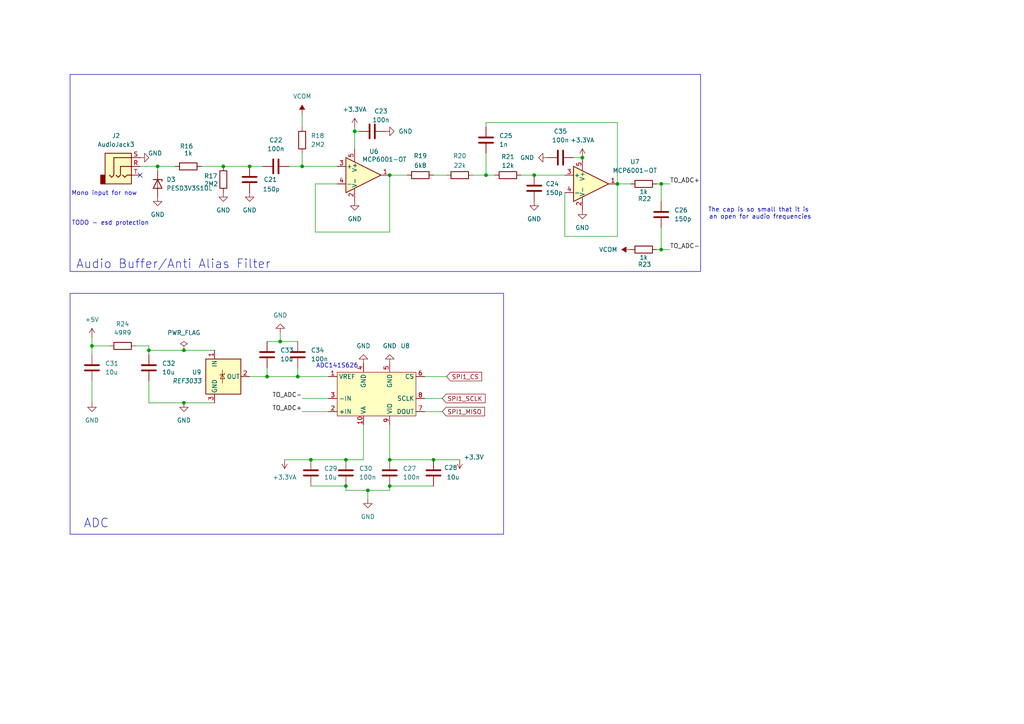
<source format=kicad_sch>
(kicad_sch (version 20250114) (generator "eeschema") (generator_version "9.0")
  (paper "A4")
  (lib_symbols
    (symbol "Amplifier_Operational:MCP6001-OT" (pin_names (offset 0.127))
      (property "Reference" "U" (at -1.27 6.35 0))
      (property "Value" "MCP6001-OT" (at -1.27 3.81 0))
      (symbol "MCP6001-OT_0_1"
        (polyline (pts (xy -5.08 5.08) (xy 5.08 0) (xy -5.08 -5.08) (xy -5.08 5.08)) (stroke (width 0.254)) (fill (type background)))
        (pin power_in line (at -2.54 7.62 270) (length 3.81) (name "V+") (number "5"))
        (pin power_in line (at -2.54 -7.62 90) (length 3.81) (name "V-") (number "2"))
      )
      (symbol "MCP6001-OT_1_1"
        (pin input line (at -7.62 2.54 0) (length 2.54) (name "+") (number "3"))
        (pin input line (at -7.62 -2.54 0) (length 2.54) (name "-") (number "4"))
        (pin output line (at 7.62 0 180) (length 2.54) (name "~") (number "1"))
      )
    )
    (symbol "Connector_Audio:AudioJack3"
      (property "Reference" "J" (at 0 8.89 0))
      (property "Value" "AudioJack3" (at 0 6.35 0))
      (symbol "AudioJack3_0_1"
        (rectangle (start -5.08 -5.08) (end -6.35 -2.54) (stroke (width 0.254)) (fill (type outline)))
        (polyline (pts (xy -1.905 -2.54) (xy -1.27 -3.175) (xy -0.635 -2.54) (xy -0.635 0) (xy 2.54 0)) (stroke (width 0.254)))
        (polyline (pts (xy 0 -2.54) (xy 0.635 -3.175) (xy 1.27 -2.54) (xy 2.54 -2.54)) (stroke (width 0.254)))
        (rectangle (start 2.54 3.81) (end -5.08 -5.08) (stroke (width 0.254)) (fill (type background)))
        (polyline (pts (xy 2.54 2.54) (xy -2.54 2.54) (xy -2.54 -2.54) (xy -3.175 -3.175) (xy -3.81 -2.54)) (stroke (width 0.254)))
      )
      (symbol "AudioJack3_1_1"
        (pin passive line (at 5.08 2.54 180) (length 2.54) (name "~") (number "S"))
        (pin passive line (at 5.08 0 180) (length 2.54) (name "~") (number "R"))
        (pin passive line (at 5.08 -2.54 180) (length 2.54) (name "~") (number "T"))
      )
    )
    (symbol "Device:C" (pin_numbers (hide yes)) (pin_names (offset 0.254))
      (property "Reference" "C" (at 0.635 2.54 0))
      (property "Value" "C" (at 0.635 -2.54 0))
      (symbol "C_0_1"
        (polyline (pts (xy -2.032 0.762) (xy 2.032 0.762)) (stroke (width 0.508)))
        (polyline (pts (xy -2.032 -0.762) (xy 2.032 -0.762)) (stroke (width 0.508)))
      )
      (symbol "C_1_1"
        (pin passive line (at 0 3.81 270) (length 2.794) (name "~") (number "1"))
        (pin passive line (at 0 -3.81 90) (length 2.794) (name "~") (number "2"))
      )
    )
    (symbol "Device:R" (pin_numbers (hide yes)) (pin_names (offset 0))
      (property "Reference" "R" (at 2.032 0 90))
      (property "Value" "R" (at 0 0 90))
      (symbol "R_0_1"
        (rectangle (start -1.016 -2.54) (end 1.016 2.54) (stroke (width 0.254)))
      )
      (symbol "R_1_1"
        (pin passive line (at 0 3.81 270) (length 1.27) (name "~") (number "1"))
        (pin passive line (at 0 -3.81 90) (length 1.27) (name "~") (number "2"))
      )
    )
    (symbol "Diode:PESD3V3S1UL" (pin_numbers (hide yes)) (pin_names (hide yes))
      (property "Reference" "D" (at 0 2.54 0))
      (property "Value" "PESD3V3S1UL" (at 0 -2.54 0))
      (symbol "PESD3V3S1UL_0_1"
        (polyline (pts (xy -1.27 -1.27) (xy -1.27 1.27) (xy -0.762 1.27)) (stroke (width 0.254)))
        (polyline (pts (xy 1.27 0) (xy -1.27 0)))
        (polyline (pts (xy 1.27 -1.27) (xy 1.27 1.27) (xy -1.27 0) (xy 1.27 -1.27)) (stroke (width 0.254)))
      )
      (symbol "PESD3V3S1UL_1_1"
        (pin passive line (at -3.81 0 0) (length 2.54) (name "K") (number "1"))
        (pin passive line (at 3.81 0 180) (length 2.54) (name "A") (number "2"))
      )
    )
    (symbol "Reference_Voltage:REF3033" (pin_names (offset 0.254))
      (property "Reference" "U" (at 0 6.35 0))
      (property "Value" "REF3033" (at 2.54 -6.35 0))
      (symbol "REF3033_0_1"
        (rectangle (start -5.08 5.08) (end 5.08 -5.08) (stroke (width 0.254)) (fill (type background)))
        (polyline (pts (xy -0.889 -0.635) (xy 0.381 -0.635) (xy -0.254 0.635) (xy -0.889 -0.635)))
        (polyline (pts (xy -0.254 1.905) (xy -0.254 -1.905)))
        (polyline (pts (xy 0.381 1.016) (xy 0.381 0.635) (xy -0.889 0.635) (xy -0.889 0.254)))
      )
      (symbol "REF3033_1_1"
        (pin power_in line (at -2.54 7.62 270) (length 2.54) (name "IN") (number "1"))
        (pin power_in line (at -2.54 -7.62 90) (length 2.54) (name "GND") (number "3"))
        (pin power_out line (at 7.62 0 180) (length 2.54) (name "OUT") (number "2"))
      )
    )
    (symbol "power:+3.3V" (power) (pin_numbers (hide yes)) (pin_names (offset 0) (hide yes))
      (property "Value" "+3.3V" (at 0 3.556 0))
      (symbol "+3.3V_0_1"
        (polyline (pts (xy -0.762 1.27) (xy 0 2.54)))
        (polyline (pts (xy 0 2.54) (xy 0.762 1.27)))
        (polyline (pts (xy 0 0) (xy 0 2.54)))
      )
      (symbol "+3.3V_1_1"
        (pin power_in line (at 0 0 90) (length 0) (name "~") (number "1"))
      )
    )
    (symbol "power:+3.3VA" (power) (pin_numbers (hide yes)) (pin_names (offset 0) (hide yes))
      (property "Value" "+3.3VA" (at 0 3.556 0))
      (symbol "+3.3VA_0_1"
        (polyline (pts (xy -0.762 1.27) (xy 0 2.54)))
        (polyline (pts (xy 0 2.54) (xy 0.762 1.27)))
        (polyline (pts (xy 0 0) (xy 0 2.54)))
      )
      (symbol "+3.3VA_1_1"
        (pin power_in line (at 0 0 90) (length 0) (name "~") (number "1"))
      )
    )
    (symbol "power:+5V" (power) (pin_numbers (hide yes)) (pin_names (offset 0) (hide yes))
      (property "Value" "+5V" (at 0 3.556 0))
      (symbol "+5V_0_1"
        (polyline (pts (xy -0.762 1.27) (xy 0 2.54)))
        (polyline (pts (xy 0 2.54) (xy 0.762 1.27)))
        (polyline (pts (xy 0 0) (xy 0 2.54)))
      )
      (symbol "+5V_1_1"
        (pin power_in line (at 0 0 90) (length 0) (name "~") (number "1"))
      )
    )
    (symbol "power:GND" (power) (pin_numbers (hide yes)) (pin_names (offset 0) (hide yes))
      (property "Value" "GND" (at 0 -3.81 0))
      (symbol "GND_0_1"
        (polyline (pts (xy 0 0) (xy 0 -1.27) (xy 1.27 -1.27) (xy 0 -2.54) (xy -1.27 -1.27) (xy 0 -1.27)))
      )
      (symbol "GND_1_1"
        (pin power_in line (at 0 0 270) (length 0) (name "~") (number "1"))
      )
    )
    (symbol "power:PWR_FLAG" (power) (pin_numbers (hide yes)) (pin_names (offset 0) (hide yes))
      (property "Value" "PWR_FLAG" (at 0 3.81 0))
      (symbol "PWR_FLAG_0_0"
        (pin power_out line (at 0 0 90) (length 0) (name "~") (number "1"))
      )
      (symbol "PWR_FLAG_0_1"
        (polyline (pts (xy 0 0) (xy 0 1.27) (xy -1.016 1.905) (xy 0 2.54) (xy 1.016 1.905) (xy 0 1.27)))
      )
    )
    (symbol "power:VCOM" (power) (pin_numbers (hide yes)) (pin_names (offset 0) (hide yes))
      (property "Value" "VCOM" (at 0 3.556 0))
      (symbol "VCOM_0_1"
        (polyline (pts (xy 0 0) (xy 0 2.54)))
        (polyline (pts (xy 0.762 1.27) (xy -0.762 1.27) (xy 0 2.54) (xy 0.762 1.27)) (fill (type outline)))
      )
      (symbol "VCOM_1_1"
        (pin power_in line (at 0 0 90) (length 0) (name "~") (number "1"))
      )
    )
    (symbol "ryan_symbols:ADC141S626"
      (property "Reference" "U8" (at -6.9281 -13.97 0))
      (symbol "ADC141S626_0_0"
        (pin output line (at -13.97 5.08 0) (length 2.54) (name "DOUT") (number "7"))
        (pin output line (at -13.97 1.27 0) (length 2.54) (name "SCLK") (number "8"))
        (pin input line (at -13.97 -5.08 0) (length 2.54) (name "CS") (number "6"))
        (pin power_in line (at -3.81 8.89 270) (length 2.54) (name "VIO") (number "9"))
        (pin power_in line (at -3.81 -8.89 90) (length 2.54) (name "GND") (number "5"))
        (pin power_in line (at 3.81 8.89 270) (length 2.54) (name "VA") (number "10"))
        (pin power_in line (at 3.81 -8.89 90) (length 2.54) (name "GND") (number "4"))
        (pin input line (at 13.97 5.08 180) (length 2.54) (name "+IN") (number "2"))
        (pin input line (at 13.97 1.27 180) (length 2.54) (name "-IN") (number "3"))
        (pin input line (at 13.97 -5.08 180) (length 2.54) (name "VREF") (number "1"))
      )
      (symbol "ADC141S626_1_1"
        (rectangle (start -11.43 6.35) (end 11.43 -6.35) (fill (type background)))
        (text "ADC141S626" (at 11.43 -8.382 0) (effects (font (size 1.27 1.27))))
      )
    )
  )
  (rectangle (start 20.32 85.09) (end 146.05 154.94))
  (rectangle (start 20.32 21.59) (end 203.2 78.74))
  (text "Mono input for now\n" (at 30.226 56.134 0) (effects (font (size 1.27 1.27))))
  (text "Audio Buffer/Anti Alias Filter" (at 50.292 76.708 0) (effects (font (size 2.54 2.54))))
  (text "ADC" (at 27.94 151.892 0) (effects (font (size 2.54 2.54))))
  (text "TODO - esd protection\n" (at 32.004 64.77 0) (effects (font (size 1.27 1.27))))
  (text "The cap is so small that it is \nan open for audio frequencies" (at 220.472 61.976 0) (effects (font (size 1.27 1.27))))
  (junction (at 125.73 133.35))
  (junction (at 154.94 50.8))
  (junction (at 43.18 101.6))
  (junction (at 113.03 50.8))
  (junction (at 100.33 140.97))
  (junction (at 81.28 99.06))
  (junction (at 72.39 48.26))
  (junction (at 168.91 45.72))
  (junction (at 113.03 133.35))
  (junction (at 102.87 38.1))
  (junction (at 26.67 100.33))
  (junction (at 86.36 109.22))
  (junction (at 113.03 140.97))
  (junction (at 64.77 48.26))
  (junction (at 77.47 109.22))
  (junction (at 87.63 48.26))
  (junction (at 191.77 53.34))
  (junction (at 100.33 133.35))
  (junction (at 53.34 101.6))
  (junction (at 106.68 142.24))
  (junction (at 53.34 116.84))
  (junction (at 140.97 50.8))
  (junction (at 191.77 72.39))
  (junction (at 90.17 133.35))
  (junction (at 45.72 48.26))
  (junction (at 179.07 53.34))
  (no_connect (at 40.64 50.8))
  (wire (pts (xy 191.77 53.34) (xy 194.31 53.34)))
  (wire (pts (xy 82.55 133.35) (xy 90.17 133.35)))
  (wire (pts (xy 191.77 53.34) (xy 191.77 58.42)))
  (wire (pts (xy 125.73 133.35) (xy 133.35 133.35)))
  (wire (pts (xy 191.77 66.04) (xy 191.77 72.39)))
  (wire (pts (xy 140.97 36.83) (xy 140.97 35.56)))
  (wire (pts (xy 26.67 110.49) (xy 26.67 116.84)))
  (wire (pts (xy 179.07 53.34) (xy 179.07 68.58)))
  (wire (pts (xy 40.64 48.26) (xy 45.72 48.26)))
  (wire (pts (xy 140.97 44.45) (xy 140.97 50.8)))
  (wire (pts (xy 26.67 97.79) (xy 26.67 100.33)))
  (wire (pts (xy 179.07 53.34) (xy 182.88 53.34)))
  (wire (pts (xy 123.19 109.22) (xy 129.54 109.22)))
  (wire (pts (xy 105.41 133.35) (xy 105.41 123.19)))
  (wire (pts (xy 43.18 110.49) (xy 43.18 116.84)))
  (wire (pts (xy 81.28 96.52) (xy 81.28 99.06)))
  (wire (pts (xy 72.39 48.26) (xy 76.2 48.26)))
  (wire (pts (xy 179.07 35.56) (xy 179.07 53.34)))
  (wire (pts (xy 191.77 72.39) (xy 194.31 72.39)))
  (wire (pts (xy 100.33 142.24) (xy 106.68 142.24)))
  (wire (pts (xy 91.44 67.31) (xy 113.03 67.31)))
  (wire (pts (xy 43.18 116.84) (xy 53.34 116.84)))
  (wire (pts (xy 53.34 101.6) (xy 62.23 101.6)))
  (wire (pts (xy 179.07 68.58) (xy 163.83 68.58)))
  (wire (pts (xy 87.63 48.26) (xy 97.79 48.26)))
  (wire (pts (xy 97.79 53.34) (xy 91.44 53.34)))
  (wire (pts (xy 45.72 48.26) (xy 45.72 49.53)))
  (wire (pts (xy 43.18 101.6) (xy 53.34 101.6)))
  (wire (pts (xy 123.19 115.57) (xy 128.27 115.57)))
  (wire (pts (xy 113.03 133.35) (xy 125.73 133.35)))
  (wire (pts (xy 106.68 142.24) (xy 113.03 142.24)))
  (wire (pts (xy 43.18 101.6) (xy 43.18 102.87)))
  (wire (pts (xy 77.47 106.68) (xy 77.47 109.22)))
  (wire (pts (xy 106.68 142.24) (xy 106.68 144.78)))
  (wire (pts (xy 113.03 50.8) (xy 118.11 50.8)))
  (wire (pts (xy 77.47 109.22) (xy 86.36 109.22)))
  (wire (pts (xy 190.5 72.39) (xy 191.77 72.39)))
  (wire (pts (xy 190.5 53.34) (xy 191.77 53.34)))
  (wire (pts (xy 58.42 48.26) (xy 64.77 48.26)))
  (wire (pts (xy 39.37 100.33) (xy 43.18 100.33)))
  (wire (pts (xy 140.97 50.8) (xy 143.51 50.8)))
  (wire (pts (xy 87.63 119.38) (xy 95.25 119.38)))
  (wire (pts (xy 86.36 109.22) (xy 95.25 109.22)))
  (wire (pts (xy 123.19 119.38) (xy 128.27 119.38)))
  (wire (pts (xy 113.03 67.31) (xy 113.03 50.8)))
  (wire (pts (xy 86.36 106.68) (xy 86.36 109.22)))
  (wire (pts (xy 90.17 140.97) (xy 100.33 140.97)))
  (wire (pts (xy 140.97 35.56) (xy 179.07 35.56)))
  (wire (pts (xy 113.03 142.24) (xy 113.03 140.97)))
  (wire (pts (xy 45.72 48.26) (xy 50.8 48.26)))
  (wire (pts (xy 102.87 36.83) (xy 102.87 38.1)))
  (wire (pts (xy 87.63 33.02) (xy 87.63 36.83)))
  (wire (pts (xy 64.77 48.26) (xy 72.39 48.26)))
  (wire (pts (xy 100.33 133.35) (xy 105.41 133.35)))
  (wire (pts (xy 53.34 116.84) (xy 62.23 116.84)))
  (wire (pts (xy 100.33 140.97) (xy 100.33 142.24)))
  (wire (pts (xy 137.16 50.8) (xy 140.97 50.8)))
  (wire (pts (xy 154.94 50.8) (xy 163.83 50.8)))
  (wire (pts (xy 163.83 55.88) (xy 163.83 68.58)))
  (wire (pts (xy 90.17 133.35) (xy 100.33 133.35)))
  (wire (pts (xy 102.87 38.1) (xy 104.14 38.1)))
  (wire (pts (xy 43.18 100.33) (xy 43.18 101.6)))
  (wire (pts (xy 26.67 100.33) (xy 31.75 100.33)))
  (wire (pts (xy 72.39 109.22) (xy 77.47 109.22)))
  (wire (pts (xy 151.13 50.8) (xy 154.94 50.8)))
  (wire (pts (xy 26.67 100.33) (xy 26.67 102.87)))
  (wire (pts (xy 81.28 99.06) (xy 86.36 99.06)))
  (wire (pts (xy 83.82 48.26) (xy 87.63 48.26)))
  (wire (pts (xy 102.87 38.1) (xy 102.87 43.18)))
  (wire (pts (xy 91.44 53.34) (xy 91.44 67.31)))
  (wire (pts (xy 125.73 50.8) (xy 129.54 50.8)))
  (wire (pts (xy 113.03 140.97) (xy 125.73 140.97)))
  (wire (pts (xy 87.63 44.45) (xy 87.63 48.26)))
  (wire (pts (xy 81.28 99.06) (xy 77.47 99.06)))
  (wire (pts (xy 166.37 45.72) (xy 168.91 45.72)))
  (wire (pts (xy 87.63 115.57) (xy 95.25 115.57)))
  (wire (pts (xy 113.03 123.19) (xy 113.03 133.35)))
  (label "TO_ADC+" (at 87.63 119.38 180))
  (label "TO_ADC-" (at 87.63 115.57 180))
  (label "TO_ADC+" (at 194.31 53.34 0))
  (label "TO_ADC-" (at 194.31 72.39 0))
  (global_label "SPI1_SCLK" (shape input) (at 128.27 115.57 0) (property "Intersheetrefs" "${INTERSHEET_REFS}" (effects (hide yes))))
  (global_label "SPI1_CS" (shape input) (at 129.54 109.22 0) (property "Intersheetrefs" "${INTERSHEET_REFS}" (effects (hide yes))))
  (global_label "SPI1_MISO" (shape input) (at 128.27 119.38 0) (property "Intersheetrefs" "${INTERSHEET_REFS}" (effects (hide yes))))
  (symbol (lib_id "Device:R") (at 133.35 50.8 90) (unit 1)
    (property "Reference" "R20" (at 133.35 45.212 90))
    (property "Value" "22k" (at 133.35 48.006 90))
    (property "Footprint" "Resistor_SMD:R_0603_1608Metric" (effects (hide yes)))
    (property "Description" "Resistor" (effects (hide yes)))
  )
  (symbol (lib_id "Device:C") (at 100.33 137.16 0) (unit 1)
    (property "Reference" "C30" (at 104.14 135.8899 0) (effects (justify left)))
    (property "Value" "100n" (at 104.14 138.4299 0) (effects (justify left)))
    (property "Footprint" "Capacitor_SMD:C_0603_1608Metric" (effects (hide yes)))
    (property "Description" "Unpolarized capacitor" (effects (hide yes)))
  )
  (symbol (lib_id "Device:C") (at 77.47 102.87 0) (unit 1)
    (property "Reference" "C33" (at 81.28 101.5999 0) (effects (justify left)))
    (property "Value" "10u" (at 81.28 104.1399 0) (effects (justify left)))
    (property "Footprint" "Capacitor_SMD:C_0603_1608Metric" (effects (hide yes)))
    (property "Description" "Unpolarized capacitor" (effects (hide yes)))
  )
  (symbol (lib_id "power:GND") (at 26.67 116.84 0) (unit 1)
    (property "Reference" "#PWR056" (effects (hide yes)))
    (property "Value" "GND" (at 26.67 121.92 0))
    (property "Description" "Power symbol creates a global label with name \"GND\" , ground" (effects (hide yes)))
  )
  (symbol (lib_id "power:PWR_FLAG") (at 53.34 101.6 0) (unit 1)
    (property "Reference" "#FLG05" (effects (hide yes)))
    (property "Value" "PWR_FLAG" (at 53.34 96.52 0))
    (property "Description" "Special symbol for telling ERC where power comes from" (effects (hide yes)))
  )
  (symbol (lib_id "Connector_Audio:AudioJack3") (at 35.56 48.26 0) (unit 1)
    (property "Reference" "J2" (at 33.655 39.37 0))
    (property "Value" "AudioJack3" (at 33.655 41.91 0))
    (property "Footprint" "Connector_Audio:Jack_3.5mm_CUI_SJ-3523-SMT_Horizontal" (effects (hide yes)))
    (property "Description" "Audio Jack, 3 Poles (Stereo / TRS)" (effects (hide yes)))
  )
  (symbol (lib_id "power:+3.3V") (at 133.35 133.35 180) (unit 1)
    (property "Reference" "#PWR052" (effects (hide yes)))
    (property "Value" "+3.3V" (at 137.414 132.588 0))
    (property "Description" "Power symbol creates a global label with name \"+3.3V\"" (effects (hide yes)))
  )
  (symbol (lib_id "Device:C") (at 125.73 137.16 0) (unit 1)
    (property "Reference" "C28" (at 128.778 135.636 0) (effects (justify left)))
    (property "Value" "10u" (at 129.54 138.4299 0) (effects (justify left)))
    (property "Footprint" "Capacitor_SMD:C_0603_1608Metric" (effects (hide yes)))
    (property "Description" "Unpolarized capacitor" (effects (hide yes)))
  )
  (symbol (lib_id "power:VCOM") (at 87.63 33.02 0) (unit 1)
    (property "Reference" "#PWR039" (effects (hide yes)))
    (property "Value" "VCOM" (at 87.63 27.94 0))
    (property "Description" "Power symbol creates a global label with name \"VCOM\"" (effects (hide yes)))
  )
  (symbol (lib_id "Reference_Voltage:REF3033") (at 64.77 109.22 0) (unit 1)
    (property "Reference" "U9" (at 58.42 107.9499 0) (effects (justify right)))
    (property "Value" "REF3033" (at 58.42 110.4899 0) (effects (font (italic yes)) (justify right)))
    (property "Footprint" "Package_TO_SOT_SMD:SOT-23" (effects (hide yes)))
    (property "Datasheet" "http://www.ti.com/lit/ds/symlink/ref3033.pdf" (effects (hide yes)))
    (property "Description" "3.3V 50-ppm/°C Max, 50-μA, CMOS Voltage Reference, SOT-23-3" (effects (hide yes)))
  )
  (symbol (lib_id "power:+3.3VA") (at 82.55 133.35 180) (unit 1)
    (property "Reference" "#PWR054" (effects (hide yes)))
    (property "Value" "+3.3VA" (at 82.55 138.43 0))
    (property "Description" "Power symbol creates a global label with name \"+3.3VA\"" (effects (hide yes)))
  )
  (symbol (lib_id "power:GND") (at 111.76 38.1 90) (unit 1)
    (property "Reference" "#PWR043" (effects (hide yes)))
    (property "Value" "GND" (at 115.57 38.0999 90) (effects (justify right)))
    (property "Description" "Power symbol creates a global label with name \"GND\" , ground" (effects (hide yes)))
  )
  (symbol (lib_id "power:GND") (at 81.28 96.52 180) (unit 1)
    (property "Reference" "#PWR058" (effects (hide yes)))
    (property "Value" "GND" (at 81.28 91.44 0))
    (property "Description" "Power symbol creates a global label with name \"GND\" , ground" (effects (hide yes)))
  )
  (symbol (lib_id "Device:C") (at 72.39 52.07 0) (unit 1)
    (property "Reference" "C21" (at 76.454 52.07 0) (effects (justify left)))
    (property "Value" "150p" (at 76.2 54.864 0) (effects (justify left)))
    (property "Footprint" "Capacitor_SMD:C_0603_1608Metric" (effects (hide yes)))
    (property "Description" "Unpolarized capacitor" (effects (hide yes)))
  )
  (symbol (lib_id "Amplifier_Operational:MCP6001-OT") (at 171.45 53.34 0) (unit 1)
    (property "Reference" "U7" (at 184.15 46.9198 0))
    (property "Value" "MCP6001-OT" (at 184.15 49.4598 0))
    (property "Footprint" "Package_TO_SOT_SMD:SOT-23-5" (effects (hide yes)))
    (property "Datasheet" "https://ww1.microchip.com/downloads/en/DeviceDoc/MCP6001-1R-1U-2-4-1-MHz-Low-Power-Op-Amp-DS20001733L.pdf" (effects (hide yes)))
    (property "Description" "1MHz, Low-Power Op Amp, SOT-23-5" (effects (hide yes)))
  )
  (symbol (lib_id "power:GND") (at 105.41 105.41 180) (unit 1)
    (property "Reference" "#PWR050" (effects (hide yes)))
    (property "Value" "GND" (at 105.41 100.33 0))
    (property "Description" "Power symbol creates a global label with name \"GND\" , ground" (effects (hide yes)))
  )
  (symbol (lib_id "power:+3.3VA") (at 168.91 45.72 0) (unit 1)
    (property "Reference" "#PWR045" (effects (hide yes)))
    (property "Value" "+3.3VA" (at 168.91 40.64 0))
    (property "Description" "Power symbol creates a global label with name \"+3.3VA\"" (effects (hide yes)))
  )
  (symbol (lib_id "Device:R") (at 186.69 53.34 90) (unit 1)
    (property "Reference" "R22" (at 186.944 57.658 90))
    (property "Value" "1k" (at 186.69 55.626 90))
    (property "Footprint" "Resistor_SMD:R_0603_1608Metric" (effects (hide yes)))
    (property "Description" "Resistor" (effects (hide yes)))
  )
  (symbol (lib_id "Device:C") (at 113.03 137.16 180) (unit 1)
    (property "Reference" "C27" (at 116.84 135.8899 0) (effects (justify right)))
    (property "Value" "100n" (at 116.84 138.4299 0) (effects (justify right)))
    (property "Footprint" "Capacitor_SMD:C_0603_1608Metric" (effects (hide yes)))
    (property "Description" "Unpolarized capacitor" (effects (hide yes)))
  )
  (symbol (lib_id "power:GND") (at 168.91 60.96 0) (unit 1)
    (property "Reference" "#PWR046" (effects (hide yes)))
    (property "Value" "GND" (at 168.91 66.04 0))
    (property "Description" "Power symbol creates a global label with name \"GND\" , ground" (effects (hide yes)))
  )
  (symbol (lib_id "ryan_symbols:ADC141S626") (at 109.22 114.3 180) (unit 1)
    (property "Reference" "U8" (at 116.1481 100.33 0) (effects (justify right)))
    (property "Footprint" "ryan_footprints:SOIC-10" (effects (hide yes)))
  )
  (symbol (lib_id "power:GND") (at 53.34 116.84 0) (unit 1)
    (property "Reference" "#PWR057" (effects (hide yes)))
    (property "Value" "GND" (at 53.34 121.92 0))
    (property "Description" "Power symbol creates a global label with name \"GND\" , ground" (effects (hide yes)))
  )
  (symbol (lib_id "Diode:PESD3V3S1UL") (at 45.72 53.34 270) (unit 1)
    (property "Reference" "D3" (at 48.26 52.0699 90) (effects (justify left)))
    (property "Value" "PESD3V3S1UL" (at 48.26 54.6099 90) (effects (justify left)))
    (property "Footprint" "Diode_SMD:D_SOD-882" (effects (hide yes)))
    (property "Datasheet" "https://assets.nexperia.com/documents/data-sheet/PESD3V3S1UL.pdf" (effects (hide yes)))
    (property "Description" "Unidirectional ESD protection diode, 3.3V, SOD-882" (effects (hide yes)))
  )
  (symbol (lib_id "Amplifier_Operational:MCP6001-OT") (at 105.41 50.8 0) (unit 1)
    (property "Reference" "U6" (at 108.458 43.942 0))
    (property "Value" "MCP6001-OT" (at 111.506 46.228 0))
    (property "Footprint" "Package_TO_SOT_SMD:SOT-23-5" (effects (hide yes)))
    (property "Datasheet" "https://ww1.microchip.com/downloads/en/DeviceDoc/MCP6001-1R-1U-2-4-1-MHz-Low-Power-Op-Amp-DS20001733L.pdf" (effects (hide yes)))
    (property "Description" "1MHz, Low-Power Op Amp, SOT-23-5" (effects (hide yes)))
  )
  (symbol (lib_id "power:GND") (at 106.68 144.78 0) (unit 1)
    (property "Reference" "#PWR053" (effects (hide yes)))
    (property "Value" "GND" (at 106.68 149.86 0))
    (property "Description" "Power symbol creates a global label with name \"GND\" , ground" (effects (hide yes)))
  )
  (symbol (lib_id "power:GND") (at 113.03 105.41 180) (unit 1)
    (property "Reference" "#PWR051" (effects (hide yes)))
    (property "Value" "GND" (at 113.03 100.33 0))
    (property "Description" "Power symbol creates a global label with name \"GND\" , ground" (effects (hide yes)))
  )
  (symbol (lib_id "power:VCOM") (at 182.88 72.39 90) (unit 1)
    (property "Reference" "#PWR049" (effects (hide yes)))
    (property "Value" "VCOM" (at 179.07 72.3899 90) (effects (justify left)))
    (property "Description" "Power symbol creates a global label with name \"VCOM\"" (effects (hide yes)))
  )
  (symbol (lib_id "power:GND") (at 158.75 45.72 270) (unit 1)
    (property "Reference" "#PWR059" (effects (hide yes)))
    (property "Value" "GND" (at 154.94 45.7199 90) (effects (justify right)))
    (property "Description" "Power symbol creates a global label with name \"GND\" , ground" (effects (hide yes)))
  )
  (symbol (lib_id "power:+5V") (at 26.67 97.79 0) (unit 1)
    (property "Reference" "#PWR055" (effects (hide yes)))
    (property "Value" "+5V" (at 26.67 92.71 0))
    (property "Description" "Power symbol creates a global label with name \"+5V\"" (effects (hide yes)))
  )
  (symbol (lib_id "Device:R") (at 121.92 50.8 90) (unit 1)
    (property "Reference" "R19" (at 121.92 45.212 90))
    (property "Value" "6k8" (at 121.92 48.006 90))
    (property "Footprint" "Resistor_SMD:R_0603_1608Metric" (effects (hide yes)))
    (property "Description" "Resistor" (effects (hide yes)))
  )
  (symbol (lib_id "Device:R") (at 186.69 72.39 90) (unit 1)
    (property "Reference" "R23" (at 186.944 76.708 90))
    (property "Value" "1k" (at 186.69 74.676 90))
    (property "Footprint" "Resistor_SMD:R_0603_1608Metric" (effects (hide yes)))
    (property "Description" "Resistor" (effects (hide yes)))
  )
  (symbol (lib_id "Device:C") (at 154.94 54.61 0) (unit 1)
    (property "Reference" "C24" (at 158.242 53.34 0) (effects (justify left)))
    (property "Value" "150p" (at 158.242 55.88 0) (effects (justify left)))
    (property "Footprint" "Capacitor_SMD:C_0603_1608Metric" (effects (hide yes)))
    (property "Description" "Unpolarized capacitor" (effects (hide yes)))
  )
  (symbol (lib_id "Device:C") (at 80.01 48.26 270) (unit 1)
    (property "Reference" "C22" (at 80.01 40.64 90))
    (property "Value" "100n" (at 80.01 43.18 90))
    (property "Footprint" "Capacitor_SMD:C_0603_1608Metric" (effects (hide yes)))
    (property "Description" "Unpolarized capacitor" (effects (hide yes)))
  )
  (symbol (lib_id "Device:C") (at 162.56 45.72 90) (unit 1)
    (property "Reference" "C35" (at 162.56 38.1 90))
    (property "Value" "100n" (at 162.56 40.64 90))
    (property "Footprint" "Capacitor_SMD:C_0603_1608Metric" (effects (hide yes)))
    (property "Description" "Unpolarized capacitor" (effects (hide yes)))
  )
  (symbol (lib_id "Device:C") (at 43.18 106.68 0) (unit 1)
    (property "Reference" "C32" (at 46.99 105.4099 0) (effects (justify left)))
    (property "Value" "10u" (at 46.99 107.9499 0) (effects (justify left)))
    (property "Footprint" "Capacitor_SMD:C_0603_1608Metric" (effects (hide yes)))
    (property "Description" "Unpolarized capacitor" (effects (hide yes)))
  )
  (symbol (lib_id "Device:C") (at 191.77 62.23 0) (unit 1)
    (property "Reference" "C26" (at 195.58 60.9599 0) (effects (justify left)))
    (property "Value" "150p" (at 195.58 63.4999 0) (effects (justify left)))
    (property "Footprint" "Capacitor_SMD:C_0603_1608Metric" (effects (hide yes)))
    (property "Description" "Unpolarized capacitor" (effects (hide yes)))
  )
  (symbol (lib_id "power:GND") (at 102.87 58.42 0) (unit 1)
    (property "Reference" "#PWR042" (effects (hide yes)))
    (property "Value" "GND" (at 102.87 63.5 0))
    (property "Description" "Power symbol creates a global label with name \"GND\" , ground" (effects (hide yes)))
  )
  (symbol (lib_id "power:GND") (at 72.39 55.88 0) (unit 1)
    (property "Reference" "#PWR047" (effects (hide yes)))
    (property "Value" "GND" (at 72.39 60.96 0))
    (property "Description" "Power symbol creates a global label with name \"GND\" , ground" (effects (hide yes)))
  )
  (symbol (lib_id "Device:C") (at 140.97 40.64 0) (unit 1)
    (property "Reference" "C25" (at 144.78 39.3699 0) (effects (justify left)))
    (property "Value" "1n" (at 144.78 41.9099 0) (effects (justify left)))
    (property "Footprint" "Capacitor_SMD:C_0603_1608Metric" (effects (hide yes)))
    (property "Description" "Unpolarized capacitor" (effects (hide yes)))
  )
  (symbol (lib_id "power:+3.3V") (at 102.87 36.83 0) (unit 1)
    (property "Reference" "#PWR041" (effects (hide yes)))
    (property "Value" "+3.3VA" (at 102.87 31.75 0))
    (property "Description" "Power symbol creates a global label with name \"+3.3V\"" (effects (hide yes)))
  )
  (symbol (lib_id "Device:C") (at 86.36 102.87 0) (unit 1)
    (property "Reference" "C34" (at 90.17 101.5999 0) (effects (justify left)))
    (property "Value" "100n" (at 90.17 104.1399 0) (effects (justify left)))
    (property "Footprint" "Capacitor_SMD:C_0603_1608Metric" (effects (hide yes)))
    (property "Description" "Unpolarized capacitor" (effects (hide yes)))
  )
  (symbol (lib_id "Device:R") (at 147.32 50.8 90) (unit 1)
    (property "Reference" "R21" (at 147.32 45.466 90))
    (property "Value" "12k" (at 147.32 48.006 90))
    (property "Footprint" "Resistor_SMD:R_0603_1608Metric" (effects (hide yes)))
    (property "Description" "Resistor" (effects (hide yes)))
  )
  (symbol (lib_id "Device:R") (at 35.56 100.33 90) (unit 1)
    (property "Reference" "R24" (at 35.56 93.98 90))
    (property "Value" "49R9" (at 35.56 96.52 90))
    (property "Footprint" "Resistor_SMD:R_0603_1608Metric" (effects (hide yes)))
    (property "Description" "Resistor" (effects (hide yes)))
  )
  (symbol (lib_id "Device:C") (at 107.95 38.1 90) (unit 1)
    (property "Reference" "C23" (at 110.49 32.258 90))
    (property "Value" "100n" (at 110.49 34.798 90))
    (property "Footprint" "Capacitor_SMD:C_0603_1608Metric" (effects (hide yes)))
    (property "Description" "Unpolarized capacitor" (effects (hide yes)))
  )
  (symbol (lib_id "power:GND") (at 154.94 58.42 0) (unit 1)
    (property "Reference" "#PWR044" (effects (hide yes)))
    (property "Value" "GND" (at 154.94 63.5 0))
    (property "Description" "Power symbol creates a global label with name \"GND\" , ground" (effects (hide yes)))
  )
  (symbol (lib_id "power:GND") (at 40.64 45.72 90) (unit 1)
    (property "Reference" "#PWR038" (effects (hide yes)))
    (property "Value" "GND" (at 42.926 44.45 90) (effects (justify right)))
    (property "Description" "Power symbol creates a global label with name \"GND\" , ground" (effects (hide yes)))
  )
  (symbol (lib_id "Device:C") (at 90.17 137.16 180) (unit 1)
    (property "Reference" "C29" (at 93.98 135.8899 0) (effects (justify right)))
    (property "Value" "10u" (at 93.98 138.4299 0) (effects (justify right)))
    (property "Footprint" "Capacitor_SMD:C_0805_2012Metric" (effects (hide yes)))
    (property "Description" "Unpolarized capacitor" (effects (hide yes)))
  )
  (symbol (lib_id "Device:R") (at 64.77 52.07 0) (unit 1)
    (property "Reference" "R17" (at 59.182 51.054 0) (effects (justify left)))
    (property "Value" "2M2" (at 59.182 53.34 0) (effects (justify left)))
    (property "Footprint" "Resistor_SMD:R_0603_1608Metric" (effects (hide yes)))
    (property "Description" "Resistor" (effects (hide yes)))
  )
  (symbol (lib_id "Device:C") (at 26.67 106.68 0) (unit 1)
    (property "Reference" "C31" (at 30.48 105.4099 0) (effects (justify left)))
    (property "Value" "10u" (at 30.48 107.9499 0) (effects (justify left)))
    (property "Footprint" "Capacitor_SMD:C_0603_1608Metric" (effects (hide yes)))
    (property "Description" "Unpolarized capacitor" (effects (hide yes)))
  )
  (symbol (lib_id "power:GND") (at 45.72 57.15 0) (unit 1)
    (property "Reference" "#PWR048" (effects (hide yes)))
    (property "Value" "GND" (at 45.72 62.23 0))
    (property "Description" "Power symbol creates a global label with name \"GND\" , ground" (effects (hide yes)))
  )
  (symbol (lib_id "Device:R") (at 87.63 40.64 0) (unit 1)
    (property "Reference" "R18" (at 90.17 39.3699 0) (effects (justify left)))
    (property "Value" "2M2" (at 90.17 41.9099 0) (effects (justify left)))
    (property "Footprint" "Resistor_SMD:R_0603_1608Metric" (effects (hide yes)))
    (property "Description" "Resistor" (effects (hide yes)))
  )
  (symbol (lib_id "power:GND") (at 64.77 55.88 0) (unit 1)
    (property "Reference" "#PWR040" (effects (hide yes)))
    (property "Value" "GND" (at 64.77 60.96 0))
    (property "Description" "Power symbol creates a global label with name \"GND\" , ground" (effects (hide yes)))
  )
  (symbol (lib_id "Device:R") (at 54.61 48.26 90) (unit 1)
    (property "Reference" "R16" (at 54.102 42.418 90))
    (property "Value" "1k" (at 54.61 44.45 90))
    (property "Footprint" "Resistor_SMD:R_0603_1608Metric" (effects (hide yes)))
    (property "Description" "Resistor" (effects (hide yes)))
  )
)
</source>
